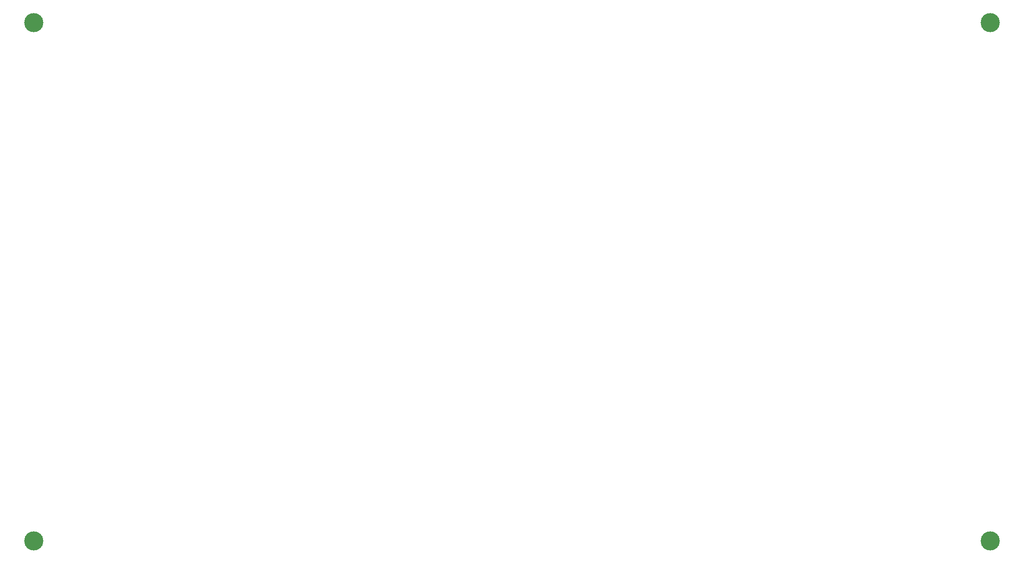
<source format=gbr>
%TF.GenerationSoftware,KiCad,Pcbnew,5.1.10*%
%TF.CreationDate,2021-12-10T20:41:10+01:00*%
%TF.ProjectId,Tastatur,54617374-6174-4757-922e-6b696361645f,rev?*%
%TF.SameCoordinates,Original*%
%TF.FileFunction,NonPlated,1,2,NPTH,Drill*%
%TF.FilePolarity,Positive*%
%FSLAX46Y46*%
G04 Gerber Fmt 4.6, Leading zero omitted, Abs format (unit mm)*
G04 Created by KiCad (PCBNEW 5.1.10) date 2021-12-10 20:41:10*
%MOMM*%
%LPD*%
G01*
G04 APERTURE LIST*
%TA.AperFunction,ComponentDrill*%
%ADD10C,3.500000*%
%TD*%
G04 APERTURE END LIST*
D10*
%TO.C,H2*%
X70000000Y-40000000D03*
%TO.C,H1*%
X70000000Y-135000000D03*
%TO.C,H3*%
X245000000Y-40000000D03*
%TO.C,H4*%
X245000000Y-135000000D03*
M02*

</source>
